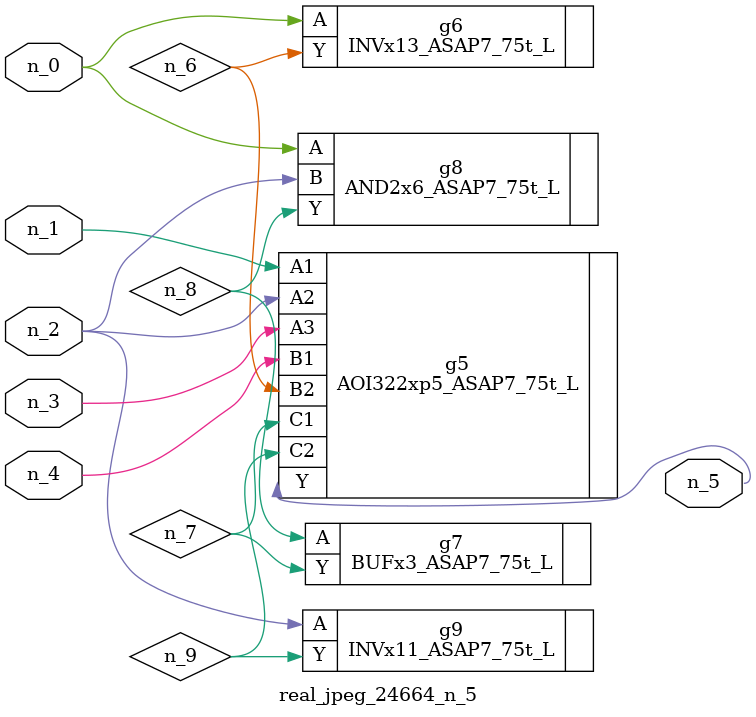
<source format=v>
module real_jpeg_24664_n_5 (n_4, n_0, n_1, n_2, n_3, n_5);

input n_4;
input n_0;
input n_1;
input n_2;
input n_3;

output n_5;

wire n_8;
wire n_6;
wire n_7;
wire n_9;

INVx13_ASAP7_75t_L g6 ( 
.A(n_0),
.Y(n_6)
);

AND2x6_ASAP7_75t_L g8 ( 
.A(n_0),
.B(n_2),
.Y(n_8)
);

AOI322xp5_ASAP7_75t_L g5 ( 
.A1(n_1),
.A2(n_2),
.A3(n_3),
.B1(n_4),
.B2(n_6),
.C1(n_7),
.C2(n_9),
.Y(n_5)
);

INVx11_ASAP7_75t_L g9 ( 
.A(n_2),
.Y(n_9)
);

BUFx3_ASAP7_75t_L g7 ( 
.A(n_8),
.Y(n_7)
);


endmodule
</source>
